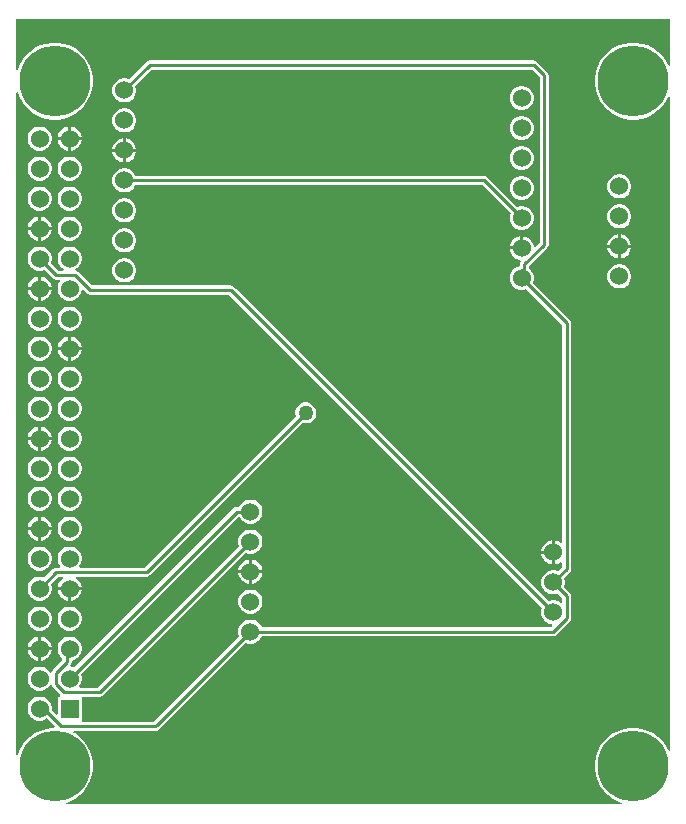
<source format=gtl>
G04*
G04 #@! TF.GenerationSoftware,Altium Limited,Altium Designer,23.4.1 (23)*
G04*
G04 Layer_Physical_Order=1*
G04 Layer_Color=255*
%FSLAX44Y44*%
%MOMM*%
G71*
G04*
G04 #@! TF.SameCoordinates,3D8DB9D9-8021-40C2-9F22-367B33DB821F*
G04*
G04*
G04 #@! TF.FilePolarity,Positive*
G04*
G01*
G75*
%ADD10C,0.2540*%
%ADD15C,1.5240*%
%ADD16R,1.5240X1.5240*%
%ADD17C,6.0000*%
%ADD18C,1.2700*%
G36*
X556260Y628122D02*
X554990Y627817D01*
X552831Y632055D01*
X549820Y636198D01*
X546198Y639820D01*
X542055Y642831D01*
X537491Y645156D01*
X532620Y646739D01*
X527561Y647540D01*
X522439D01*
X517380Y646739D01*
X512509Y645156D01*
X507945Y642831D01*
X503802Y639820D01*
X500180Y636198D01*
X497169Y632055D01*
X494844Y627491D01*
X493261Y622620D01*
X492460Y617561D01*
Y612439D01*
X493261Y607380D01*
X494844Y602509D01*
X497169Y597945D01*
X500180Y593802D01*
X503802Y590180D01*
X507945Y587169D01*
X512509Y584844D01*
X517380Y583261D01*
X522439Y582460D01*
X527561D01*
X532620Y583261D01*
X537491Y584844D01*
X542055Y587169D01*
X546198Y590180D01*
X549820Y593802D01*
X552831Y597945D01*
X554990Y602183D01*
X556260Y601878D01*
Y48122D01*
X554990Y47817D01*
X552831Y52055D01*
X549820Y56198D01*
X546198Y59820D01*
X542055Y62831D01*
X537491Y65156D01*
X532620Y66739D01*
X527561Y67540D01*
X522439D01*
X517380Y66739D01*
X512509Y65156D01*
X507945Y62831D01*
X503802Y59820D01*
X500180Y56198D01*
X497169Y52055D01*
X494844Y47491D01*
X493261Y42620D01*
X492460Y37561D01*
Y32439D01*
X493261Y27380D01*
X494844Y22509D01*
X497169Y17945D01*
X500180Y13802D01*
X503802Y10180D01*
X507945Y7169D01*
X512509Y4844D01*
X515381Y3911D01*
X515180Y2641D01*
X44820D01*
X44619Y3911D01*
X47491Y4844D01*
X52055Y7169D01*
X56198Y10180D01*
X59820Y13802D01*
X62831Y17945D01*
X65156Y22509D01*
X66739Y27380D01*
X67540Y32439D01*
Y37561D01*
X66739Y42620D01*
X65156Y47491D01*
X62831Y52055D01*
X59820Y56198D01*
X56198Y59820D01*
X52055Y62831D01*
X50819Y63460D01*
X51115Y64695D01*
X120432D01*
X121919Y64991D01*
X123179Y65833D01*
X124667Y67321D01*
X124671Y67327D01*
X196815Y139472D01*
X196848Y139452D01*
X199432Y138760D01*
X202108D01*
X204692Y139452D01*
X207008Y140790D01*
X208900Y142682D01*
X210238Y144998D01*
X210247Y145035D01*
X457184D01*
X458671Y145331D01*
X459931Y146173D01*
X471377Y157619D01*
X472219Y158879D01*
X472515Y160366D01*
Y179070D01*
X472219Y180557D01*
X471377Y181817D01*
X466648Y186545D01*
X466668Y186578D01*
X467360Y189162D01*
Y191838D01*
X466668Y194422D01*
X466648Y194455D01*
X471377Y199183D01*
X472219Y200443D01*
X472515Y201930D01*
Y410210D01*
X472219Y411697D01*
X471377Y412957D01*
X439978Y444355D01*
X439998Y444388D01*
X440690Y446972D01*
Y449648D01*
X439998Y452232D01*
X438660Y454548D01*
X436768Y456440D01*
X436609Y456532D01*
Y458131D01*
X452327Y473849D01*
X453169Y475109D01*
X453465Y476595D01*
Y619760D01*
X453169Y621247D01*
X452327Y622507D01*
X443437Y631397D01*
X442177Y632239D01*
X440690Y632535D01*
X115570D01*
X114083Y632239D01*
X112823Y631397D01*
X97935Y616508D01*
X97902Y616528D01*
X95318Y617220D01*
X92642D01*
X90058Y616528D01*
X87742Y615190D01*
X85850Y613298D01*
X84512Y610982D01*
X83820Y608398D01*
Y605722D01*
X84512Y603138D01*
X85850Y600822D01*
X87742Y598930D01*
X90058Y597592D01*
X92642Y596900D01*
X95318D01*
X97902Y597592D01*
X100218Y598930D01*
X102110Y600822D01*
X103448Y603138D01*
X104140Y605722D01*
Y608398D01*
X103448Y610982D01*
X103428Y611015D01*
X117179Y624765D01*
X439081D01*
X445695Y618151D01*
Y478205D01*
X441863Y474373D01*
X440690Y474859D01*
Y475048D01*
X439998Y477632D01*
X438660Y479948D01*
X436768Y481840D01*
X434452Y483178D01*
X431868Y483870D01*
X431800D01*
Y473710D01*
X430530D01*
Y472440D01*
X420370D01*
Y472372D01*
X421062Y469788D01*
X422400Y467472D01*
X424292Y465580D01*
X426608Y464242D01*
X429192Y463550D01*
X429457D01*
X429839Y462280D01*
X429136Y461227D01*
X428840Y459740D01*
Y458376D01*
X426608Y457778D01*
X424292Y456440D01*
X422400Y454548D01*
X421062Y452232D01*
X420370Y449648D01*
Y446972D01*
X421062Y444388D01*
X422400Y442072D01*
X424292Y440180D01*
X426608Y438842D01*
X429192Y438150D01*
X431868D01*
X434452Y438842D01*
X434485Y438862D01*
X464745Y408601D01*
Y224382D01*
X463572Y223896D01*
X463438Y224030D01*
X461122Y225368D01*
X458538Y226060D01*
X458470D01*
Y215900D01*
Y205740D01*
X458538D01*
X461122Y206432D01*
X463438Y207770D01*
X463572Y207904D01*
X464745Y207418D01*
Y203539D01*
X461155Y199949D01*
X461122Y199968D01*
X458538Y200660D01*
X455862D01*
X453278Y199968D01*
X450962Y198630D01*
X449070Y196738D01*
X447732Y194422D01*
X447040Y191838D01*
Y189162D01*
X447732Y186578D01*
X449070Y184262D01*
X450962Y182370D01*
X453278Y181032D01*
X455862Y180340D01*
X458538D01*
X461122Y181032D01*
X461155Y181052D01*
X464745Y177461D01*
Y173582D01*
X463572Y173096D01*
X463438Y173230D01*
X461122Y174568D01*
X458538Y175260D01*
X455862D01*
X453278Y174568D01*
X453245Y174548D01*
X186897Y440897D01*
X185637Y441739D01*
X184150Y442035D01*
X66624D01*
X55181Y453477D01*
X53921Y454319D01*
X52923Y454517D01*
X52702Y455856D01*
X53938Y456570D01*
X55830Y458462D01*
X57168Y460778D01*
X57860Y463362D01*
Y466038D01*
X57168Y468622D01*
X55830Y470938D01*
X53938Y472830D01*
X51622Y474168D01*
X49038Y474860D01*
X46362D01*
X43778Y474168D01*
X41462Y472830D01*
X39570Y470938D01*
X38232Y468622D01*
X37540Y466038D01*
Y463362D01*
X38232Y460778D01*
X39570Y458462D01*
X41462Y456570D01*
X42649Y455885D01*
X42308Y454615D01*
X37879D01*
X31748Y460745D01*
X31768Y460778D01*
X32460Y463362D01*
Y466038D01*
X31768Y468622D01*
X30430Y470938D01*
X28538Y472830D01*
X26222Y474168D01*
X23638Y474860D01*
X20962D01*
X18378Y474168D01*
X16062Y472830D01*
X14170Y470938D01*
X12832Y468622D01*
X12140Y466038D01*
Y463362D01*
X12832Y460778D01*
X14170Y458462D01*
X16062Y456570D01*
X18378Y455232D01*
X20962Y454540D01*
X23638D01*
X26222Y455232D01*
X26255Y455252D01*
X33523Y447983D01*
X34783Y447141D01*
X36270Y446845D01*
X39218D01*
X39704Y445672D01*
X39570Y445538D01*
X38232Y443222D01*
X37540Y440638D01*
Y437962D01*
X38232Y435378D01*
X39570Y433062D01*
X41462Y431170D01*
X43778Y429832D01*
X46362Y429140D01*
X49038D01*
X51622Y429832D01*
X53938Y431170D01*
X55830Y433062D01*
X57168Y435378D01*
X57860Y437962D01*
Y438151D01*
X59033Y438637D01*
X62268Y435403D01*
X63528Y434561D01*
X65014Y434265D01*
X182541D01*
X447752Y169055D01*
X447732Y169022D01*
X447040Y166438D01*
Y163762D01*
X447732Y161178D01*
X449070Y158862D01*
X450962Y156970D01*
X453278Y155632D01*
X455862Y154940D01*
X456051D01*
X456537Y153767D01*
X455575Y152805D01*
X210247D01*
X210238Y152842D01*
X208900Y155158D01*
X207008Y157050D01*
X204692Y158388D01*
X202108Y159080D01*
X199432D01*
X196848Y158388D01*
X194532Y157050D01*
X192640Y155158D01*
X191302Y152842D01*
X190610Y150258D01*
Y147582D01*
X191302Y144998D01*
X191322Y144965D01*
X119173Y72817D01*
X119169Y72811D01*
X118823Y72465D01*
X58330D01*
X57860Y73540D01*
X57860D01*
Y93785D01*
X73320D01*
X74807Y94081D01*
X76067Y94923D01*
X196815Y215672D01*
X196848Y215652D01*
X199432Y214960D01*
X202108D01*
X204692Y215652D01*
X207008Y216990D01*
X208900Y218882D01*
X210238Y221198D01*
X210930Y223782D01*
Y226458D01*
X210238Y229042D01*
X208900Y231358D01*
X207008Y233250D01*
X204692Y234588D01*
X202108Y235280D01*
X199432D01*
X196848Y234588D01*
X194532Y233250D01*
X192640Y231358D01*
X191302Y229042D01*
X190610Y226458D01*
Y223782D01*
X191302Y221198D01*
X191322Y221165D01*
X71711Y101555D01*
X56182D01*
X55696Y102728D01*
X55830Y102862D01*
X57168Y105178D01*
X57860Y107762D01*
Y110438D01*
X57168Y113022D01*
X57148Y113055D01*
X190186Y246092D01*
X191699Y245911D01*
X192640Y244282D01*
X194532Y242390D01*
X196848Y241052D01*
X199432Y240360D01*
X202108D01*
X204692Y241052D01*
X207008Y242390D01*
X208900Y244282D01*
X210238Y246598D01*
X210930Y249182D01*
Y251858D01*
X210238Y254442D01*
X208900Y256758D01*
X207008Y258650D01*
X204692Y259988D01*
X202108Y260680D01*
X199432D01*
X196848Y259988D01*
X194532Y258650D01*
X192640Y256758D01*
X191302Y254442D01*
X191292Y254405D01*
X189120D01*
X187633Y254109D01*
X186373Y253267D01*
X51655Y118548D01*
X51622Y118568D01*
X49038Y119260D01*
X48773D01*
X48391Y120530D01*
X49095Y121583D01*
X49390Y123070D01*
Y124434D01*
X51622Y125032D01*
X53938Y126370D01*
X55830Y128262D01*
X57168Y130578D01*
X57860Y133162D01*
Y135838D01*
X57168Y138422D01*
X55830Y140738D01*
X53938Y142630D01*
X51622Y143968D01*
X49038Y144660D01*
X46362D01*
X43778Y143968D01*
X41462Y142630D01*
X39570Y140738D01*
X38232Y138422D01*
X37540Y135838D01*
Y133162D01*
X38232Y130578D01*
X39570Y128262D01*
X41462Y126370D01*
X41621Y126278D01*
Y124679D01*
X33523Y116581D01*
X32681Y115321D01*
X32483Y114323D01*
X31144Y114102D01*
X30430Y115338D01*
X28538Y117230D01*
X26222Y118568D01*
X23638Y119260D01*
X20962D01*
X18378Y118568D01*
X16062Y117230D01*
X14170Y115338D01*
X12832Y113022D01*
X12140Y110438D01*
Y107762D01*
X12832Y105178D01*
X14170Y102862D01*
X16062Y100970D01*
X18378Y99632D01*
X20962Y98940D01*
X23638D01*
X26222Y99632D01*
X28538Y100970D01*
X30430Y102862D01*
X31144Y104098D01*
X32483Y103877D01*
X32681Y102879D01*
X33523Y101619D01*
X40012Y95130D01*
X39826Y94322D01*
X39524Y93860D01*
X37540D01*
Y79050D01*
X36367Y78564D01*
X32460Y82470D01*
Y85038D01*
X31768Y87622D01*
X30430Y89938D01*
X28538Y91830D01*
X26222Y93168D01*
X23638Y93860D01*
X20962D01*
X18378Y93168D01*
X16062Y91830D01*
X14170Y89938D01*
X12832Y87622D01*
X12140Y85038D01*
Y82362D01*
X12832Y79778D01*
X14170Y77462D01*
X16062Y75570D01*
X18378Y74232D01*
X20962Y73540D01*
X23638D01*
X26222Y74232D01*
X28433Y75509D01*
X35229Y68713D01*
X34743Y67540D01*
X32439D01*
X27380Y66739D01*
X22509Y65156D01*
X17945Y62831D01*
X13802Y59820D01*
X10180Y56198D01*
X7169Y52055D01*
X4844Y47491D01*
X3911Y44619D01*
X2641Y44820D01*
Y605180D01*
X3911Y605381D01*
X4844Y602509D01*
X7169Y597945D01*
X10180Y593802D01*
X13802Y590180D01*
X17945Y587169D01*
X22509Y584844D01*
X27380Y583261D01*
X32439Y582460D01*
X37561D01*
X42620Y583261D01*
X47491Y584844D01*
X52055Y587169D01*
X56198Y590180D01*
X59820Y593802D01*
X62831Y597945D01*
X65156Y602509D01*
X66739Y607380D01*
X67540Y612439D01*
Y617561D01*
X66739Y622620D01*
X65156Y627491D01*
X62831Y632055D01*
X59820Y636198D01*
X56198Y639820D01*
X52055Y642831D01*
X47491Y645156D01*
X42620Y646739D01*
X37561Y647540D01*
X32439D01*
X27380Y646739D01*
X22509Y645156D01*
X17945Y642831D01*
X13802Y639820D01*
X10180Y636198D01*
X7169Y632055D01*
X4844Y627491D01*
X3911Y624619D01*
X2641Y624820D01*
Y667361D01*
X556260D01*
Y628122D01*
D02*
G37*
%LPC*%
G36*
X431868Y610870D02*
X429192D01*
X426608Y610178D01*
X424292Y608840D01*
X422400Y606948D01*
X421062Y604632D01*
X420370Y602048D01*
Y599372D01*
X421062Y596788D01*
X422400Y594472D01*
X424292Y592580D01*
X426608Y591242D01*
X429192Y590550D01*
X431868D01*
X434452Y591242D01*
X436768Y592580D01*
X438660Y594472D01*
X439998Y596788D01*
X440690Y599372D01*
Y602048D01*
X439998Y604632D01*
X438660Y606948D01*
X436768Y608840D01*
X434452Y610178D01*
X431868Y610870D01*
D02*
G37*
G36*
X95318Y591820D02*
X92642D01*
X90058Y591128D01*
X87742Y589790D01*
X85850Y587898D01*
X84512Y585582D01*
X83820Y582998D01*
Y580322D01*
X84512Y577738D01*
X85850Y575422D01*
X87742Y573530D01*
X90058Y572192D01*
X92642Y571500D01*
X95318D01*
X97902Y572192D01*
X100218Y573530D01*
X102110Y575422D01*
X103448Y577738D01*
X104140Y580322D01*
Y582998D01*
X103448Y585582D01*
X102110Y587898D01*
X100218Y589790D01*
X97902Y591128D01*
X95318Y591820D01*
D02*
G37*
G36*
X49038Y576460D02*
X48970D01*
Y567570D01*
X57860D01*
Y567638D01*
X57168Y570222D01*
X55830Y572538D01*
X53938Y574430D01*
X51622Y575768D01*
X49038Y576460D01*
D02*
G37*
G36*
X46430D02*
X46362D01*
X43778Y575768D01*
X41462Y574430D01*
X39570Y572538D01*
X38232Y570222D01*
X37540Y567638D01*
Y567570D01*
X46430D01*
Y576460D01*
D02*
G37*
G36*
X431868Y585470D02*
X429192D01*
X426608Y584778D01*
X424292Y583440D01*
X422400Y581548D01*
X421062Y579232D01*
X420370Y576648D01*
Y573972D01*
X421062Y571388D01*
X422400Y569072D01*
X424292Y567180D01*
X426608Y565842D01*
X429192Y565150D01*
X431868D01*
X434452Y565842D01*
X436768Y567180D01*
X438660Y569072D01*
X439998Y571388D01*
X440690Y573972D01*
Y576648D01*
X439998Y579232D01*
X438660Y581548D01*
X436768Y583440D01*
X434452Y584778D01*
X431868Y585470D01*
D02*
G37*
G36*
X95318Y566420D02*
X95250D01*
Y557530D01*
X104140D01*
Y557598D01*
X103448Y560182D01*
X102110Y562498D01*
X100218Y564390D01*
X97902Y565728D01*
X95318Y566420D01*
D02*
G37*
G36*
X92710D02*
X92642D01*
X90058Y565728D01*
X87742Y564390D01*
X85850Y562498D01*
X84512Y560182D01*
X83820Y557598D01*
Y557530D01*
X92710D01*
Y566420D01*
D02*
G37*
G36*
X57860Y565030D02*
X48970D01*
Y556140D01*
X49038D01*
X51622Y556832D01*
X53938Y558170D01*
X55830Y560062D01*
X57168Y562378D01*
X57860Y564962D01*
Y565030D01*
D02*
G37*
G36*
X46430D02*
X37540D01*
Y564962D01*
X38232Y562378D01*
X39570Y560062D01*
X41462Y558170D01*
X43778Y556832D01*
X46362Y556140D01*
X46430D01*
Y565030D01*
D02*
G37*
G36*
X23638Y576460D02*
X20962D01*
X18378Y575768D01*
X16062Y574430D01*
X14170Y572538D01*
X12832Y570222D01*
X12140Y567638D01*
Y564962D01*
X12832Y562378D01*
X14170Y560062D01*
X16062Y558170D01*
X18378Y556832D01*
X20962Y556140D01*
X23638D01*
X26222Y556832D01*
X28538Y558170D01*
X30430Y560062D01*
X31768Y562378D01*
X32460Y564962D01*
Y567638D01*
X31768Y570222D01*
X30430Y572538D01*
X28538Y574430D01*
X26222Y575768D01*
X23638Y576460D01*
D02*
G37*
G36*
X104140Y554990D02*
X95250D01*
Y546100D01*
X95318D01*
X97902Y546792D01*
X100218Y548130D01*
X102110Y550022D01*
X103448Y552338D01*
X104140Y554922D01*
Y554990D01*
D02*
G37*
G36*
X92710D02*
X83820D01*
Y554922D01*
X84512Y552338D01*
X85850Y550022D01*
X87742Y548130D01*
X90058Y546792D01*
X92642Y546100D01*
X92710D01*
Y554990D01*
D02*
G37*
G36*
X431868Y560070D02*
X429192D01*
X426608Y559378D01*
X424292Y558040D01*
X422400Y556148D01*
X421062Y553832D01*
X420370Y551248D01*
Y548572D01*
X421062Y545988D01*
X422400Y543672D01*
X424292Y541780D01*
X426608Y540442D01*
X429192Y539750D01*
X431868D01*
X434452Y540442D01*
X436768Y541780D01*
X438660Y543672D01*
X439998Y545988D01*
X440690Y548572D01*
Y551248D01*
X439998Y553832D01*
X438660Y556148D01*
X436768Y558040D01*
X434452Y559378D01*
X431868Y560070D01*
D02*
G37*
G36*
X49038Y551060D02*
X46362D01*
X43778Y550368D01*
X41462Y549030D01*
X39570Y547138D01*
X38232Y544822D01*
X37540Y542238D01*
Y539562D01*
X38232Y536978D01*
X39570Y534662D01*
X41462Y532770D01*
X43778Y531432D01*
X46362Y530740D01*
X49038D01*
X51622Y531432D01*
X53938Y532770D01*
X55830Y534662D01*
X57168Y536978D01*
X57860Y539562D01*
Y542238D01*
X57168Y544822D01*
X55830Y547138D01*
X53938Y549030D01*
X51622Y550368D01*
X49038Y551060D01*
D02*
G37*
G36*
X23638D02*
X20962D01*
X18378Y550368D01*
X16062Y549030D01*
X14170Y547138D01*
X12832Y544822D01*
X12140Y542238D01*
Y539562D01*
X12832Y536978D01*
X14170Y534662D01*
X16062Y532770D01*
X18378Y531432D01*
X20962Y530740D01*
X23638D01*
X26222Y531432D01*
X28538Y532770D01*
X30430Y534662D01*
X31768Y536978D01*
X32460Y539562D01*
Y542238D01*
X31768Y544822D01*
X30430Y547138D01*
X28538Y549030D01*
X26222Y550368D01*
X23638Y551060D01*
D02*
G37*
G36*
X514418Y535940D02*
X511742D01*
X509158Y535248D01*
X506842Y533910D01*
X504950Y532018D01*
X503612Y529702D01*
X502920Y527118D01*
Y524442D01*
X503612Y521858D01*
X504950Y519542D01*
X506842Y517650D01*
X509158Y516312D01*
X511742Y515620D01*
X514418D01*
X517002Y516312D01*
X519318Y517650D01*
X521210Y519542D01*
X522548Y521858D01*
X523240Y524442D01*
Y527118D01*
X522548Y529702D01*
X521210Y532018D01*
X519318Y533910D01*
X517002Y535248D01*
X514418Y535940D01*
D02*
G37*
G36*
X431868Y534670D02*
X429192D01*
X426608Y533978D01*
X424292Y532640D01*
X422400Y530748D01*
X421062Y528432D01*
X420370Y525848D01*
Y523172D01*
X421062Y520588D01*
X422400Y518272D01*
X424292Y516380D01*
X426608Y515042D01*
X429192Y514350D01*
X431868D01*
X434452Y515042D01*
X436768Y516380D01*
X438660Y518272D01*
X439998Y520588D01*
X440690Y523172D01*
Y525848D01*
X439998Y528432D01*
X438660Y530748D01*
X436768Y532640D01*
X434452Y533978D01*
X431868Y534670D01*
D02*
G37*
G36*
X49038Y525660D02*
X46362D01*
X43778Y524968D01*
X41462Y523630D01*
X39570Y521738D01*
X38232Y519422D01*
X37540Y516838D01*
Y514162D01*
X38232Y511578D01*
X39570Y509262D01*
X41462Y507370D01*
X43778Y506032D01*
X46362Y505340D01*
X49038D01*
X51622Y506032D01*
X53938Y507370D01*
X55830Y509262D01*
X57168Y511578D01*
X57860Y514162D01*
Y516838D01*
X57168Y519422D01*
X55830Y521738D01*
X53938Y523630D01*
X51622Y524968D01*
X49038Y525660D01*
D02*
G37*
G36*
X23638D02*
X20962D01*
X18378Y524968D01*
X16062Y523630D01*
X14170Y521738D01*
X12832Y519422D01*
X12140Y516838D01*
Y514162D01*
X12832Y511578D01*
X14170Y509262D01*
X16062Y507370D01*
X18378Y506032D01*
X20962Y505340D01*
X23638D01*
X26222Y506032D01*
X28538Y507370D01*
X30430Y509262D01*
X31768Y511578D01*
X32460Y514162D01*
Y516838D01*
X31768Y519422D01*
X30430Y521738D01*
X28538Y523630D01*
X26222Y524968D01*
X23638Y525660D01*
D02*
G37*
G36*
X95318Y515620D02*
X92642D01*
X90058Y514928D01*
X87742Y513590D01*
X85850Y511698D01*
X84512Y509382D01*
X83820Y506798D01*
Y504122D01*
X84512Y501538D01*
X85850Y499222D01*
X87742Y497330D01*
X90058Y495992D01*
X92642Y495300D01*
X95318D01*
X97902Y495992D01*
X100218Y497330D01*
X102110Y499222D01*
X103448Y501538D01*
X104140Y504122D01*
Y506798D01*
X103448Y509382D01*
X102110Y511698D01*
X100218Y513590D01*
X97902Y514928D01*
X95318Y515620D01*
D02*
G37*
G36*
X23638Y500260D02*
X23570D01*
Y491370D01*
X32460D01*
Y491438D01*
X31768Y494022D01*
X30430Y496338D01*
X28538Y498230D01*
X26222Y499568D01*
X23638Y500260D01*
D02*
G37*
G36*
X21030D02*
X20962D01*
X18378Y499568D01*
X16062Y498230D01*
X14170Y496338D01*
X12832Y494022D01*
X12140Y491438D01*
Y491370D01*
X21030D01*
Y500260D01*
D02*
G37*
G36*
X514418Y510540D02*
X511742D01*
X509158Y509848D01*
X506842Y508510D01*
X504950Y506618D01*
X503612Y504302D01*
X502920Y501718D01*
Y499042D01*
X503612Y496458D01*
X504950Y494142D01*
X506842Y492250D01*
X509158Y490912D01*
X511742Y490220D01*
X514418D01*
X517002Y490912D01*
X519318Y492250D01*
X521210Y494142D01*
X522548Y496458D01*
X523240Y499042D01*
Y501718D01*
X522548Y504302D01*
X521210Y506618D01*
X519318Y508510D01*
X517002Y509848D01*
X514418Y510540D01*
D02*
G37*
G36*
X95318Y541020D02*
X92642D01*
X90058Y540328D01*
X87742Y538990D01*
X85850Y537098D01*
X84512Y534782D01*
X83820Y532198D01*
Y529522D01*
X84512Y526938D01*
X85850Y524622D01*
X87742Y522730D01*
X90058Y521392D01*
X92642Y520700D01*
X95318D01*
X97902Y521392D01*
X100218Y522730D01*
X102110Y524622D01*
X103448Y526938D01*
X103457Y526975D01*
X397171D01*
X421082Y503065D01*
X421062Y503032D01*
X420370Y500448D01*
Y497772D01*
X421062Y495188D01*
X422400Y492872D01*
X424292Y490980D01*
X426608Y489642D01*
X429192Y488950D01*
X431868D01*
X434452Y489642D01*
X436768Y490980D01*
X438660Y492872D01*
X439998Y495188D01*
X440690Y497772D01*
Y500448D01*
X439998Y503032D01*
X438660Y505348D01*
X436768Y507240D01*
X434452Y508578D01*
X431868Y509270D01*
X429192D01*
X426608Y508578D01*
X426575Y508559D01*
X401527Y533607D01*
X400267Y534449D01*
X398780Y534745D01*
X103457D01*
X103448Y534782D01*
X102110Y537098D01*
X100218Y538990D01*
X97902Y540328D01*
X95318Y541020D01*
D02*
G37*
G36*
X49038Y500260D02*
X46362D01*
X43778Y499568D01*
X41462Y498230D01*
X39570Y496338D01*
X38232Y494022D01*
X37540Y491438D01*
Y488762D01*
X38232Y486178D01*
X39570Y483862D01*
X41462Y481970D01*
X43778Y480632D01*
X46362Y479940D01*
X49038D01*
X51622Y480632D01*
X53938Y481970D01*
X55830Y483862D01*
X57168Y486178D01*
X57860Y488762D01*
Y491438D01*
X57168Y494022D01*
X55830Y496338D01*
X53938Y498230D01*
X51622Y499568D01*
X49038Y500260D01*
D02*
G37*
G36*
X32460Y488830D02*
X23570D01*
Y479940D01*
X23638D01*
X26222Y480632D01*
X28538Y481970D01*
X30430Y483862D01*
X31768Y486178D01*
X32460Y488762D01*
Y488830D01*
D02*
G37*
G36*
X21030D02*
X12140D01*
Y488762D01*
X12832Y486178D01*
X14170Y483862D01*
X16062Y481970D01*
X18378Y480632D01*
X20962Y479940D01*
X21030D01*
Y488830D01*
D02*
G37*
G36*
X514418Y485140D02*
X514350D01*
Y476250D01*
X523240D01*
Y476318D01*
X522548Y478902D01*
X521210Y481218D01*
X519318Y483110D01*
X517002Y484448D01*
X514418Y485140D01*
D02*
G37*
G36*
X511810D02*
X511742D01*
X509158Y484448D01*
X506842Y483110D01*
X504950Y481218D01*
X503612Y478902D01*
X502920Y476318D01*
Y476250D01*
X511810D01*
Y485140D01*
D02*
G37*
G36*
X429260Y483870D02*
X429192D01*
X426608Y483178D01*
X424292Y481840D01*
X422400Y479948D01*
X421062Y477632D01*
X420370Y475048D01*
Y474980D01*
X429260D01*
Y483870D01*
D02*
G37*
G36*
X95318Y490220D02*
X92642D01*
X90058Y489528D01*
X87742Y488190D01*
X85850Y486298D01*
X84512Y483982D01*
X83820Y481398D01*
Y478722D01*
X84512Y476138D01*
X85850Y473822D01*
X87742Y471930D01*
X90058Y470592D01*
X92642Y469900D01*
X95318D01*
X97902Y470592D01*
X100218Y471930D01*
X102110Y473822D01*
X103448Y476138D01*
X104140Y478722D01*
Y481398D01*
X103448Y483982D01*
X102110Y486298D01*
X100218Y488190D01*
X97902Y489528D01*
X95318Y490220D01*
D02*
G37*
G36*
X523240Y473710D02*
X514350D01*
Y464820D01*
X514418D01*
X517002Y465512D01*
X519318Y466850D01*
X521210Y468742D01*
X522548Y471058D01*
X523240Y473642D01*
Y473710D01*
D02*
G37*
G36*
X511810D02*
X502920D01*
Y473642D01*
X503612Y471058D01*
X504950Y468742D01*
X506842Y466850D01*
X509158Y465512D01*
X511742Y464820D01*
X511810D01*
Y473710D01*
D02*
G37*
G36*
X95318Y464820D02*
X92642D01*
X90058Y464128D01*
X87742Y462790D01*
X85850Y460898D01*
X84512Y458582D01*
X83820Y455998D01*
Y453322D01*
X84512Y450738D01*
X85850Y448422D01*
X87742Y446530D01*
X90058Y445192D01*
X92642Y444500D01*
X95318D01*
X97902Y445192D01*
X100218Y446530D01*
X102110Y448422D01*
X103448Y450738D01*
X104140Y453322D01*
Y455998D01*
X103448Y458582D01*
X102110Y460898D01*
X100218Y462790D01*
X97902Y464128D01*
X95318Y464820D01*
D02*
G37*
G36*
X23638Y449460D02*
X23570D01*
Y440570D01*
X32460D01*
Y440638D01*
X31768Y443222D01*
X30430Y445538D01*
X28538Y447430D01*
X26222Y448768D01*
X23638Y449460D01*
D02*
G37*
G36*
X21030D02*
X20962D01*
X18378Y448768D01*
X16062Y447430D01*
X14170Y445538D01*
X12832Y443222D01*
X12140Y440638D01*
Y440570D01*
X21030D01*
Y449460D01*
D02*
G37*
G36*
X514418Y459740D02*
X511742D01*
X509158Y459048D01*
X506842Y457710D01*
X504950Y455818D01*
X503612Y453502D01*
X502920Y450918D01*
Y448242D01*
X503612Y445658D01*
X504950Y443342D01*
X506842Y441450D01*
X509158Y440112D01*
X511742Y439420D01*
X514418D01*
X517002Y440112D01*
X519318Y441450D01*
X521210Y443342D01*
X522548Y445658D01*
X523240Y448242D01*
Y450918D01*
X522548Y453502D01*
X521210Y455818D01*
X519318Y457710D01*
X517002Y459048D01*
X514418Y459740D01*
D02*
G37*
G36*
X32460Y438030D02*
X23570D01*
Y429140D01*
X23638D01*
X26222Y429832D01*
X28538Y431170D01*
X30430Y433062D01*
X31768Y435378D01*
X32460Y437962D01*
Y438030D01*
D02*
G37*
G36*
X21030D02*
X12140D01*
Y437962D01*
X12832Y435378D01*
X14170Y433062D01*
X16062Y431170D01*
X18378Y429832D01*
X20962Y429140D01*
X21030D01*
Y438030D01*
D02*
G37*
G36*
X49038Y424060D02*
X46362D01*
X43778Y423368D01*
X41462Y422030D01*
X39570Y420138D01*
X38232Y417822D01*
X37540Y415238D01*
Y412562D01*
X38232Y409978D01*
X39570Y407662D01*
X41462Y405770D01*
X43778Y404432D01*
X46362Y403740D01*
X49038D01*
X51622Y404432D01*
X53938Y405770D01*
X55830Y407662D01*
X57168Y409978D01*
X57860Y412562D01*
Y415238D01*
X57168Y417822D01*
X55830Y420138D01*
X53938Y422030D01*
X51622Y423368D01*
X49038Y424060D01*
D02*
G37*
G36*
X23638D02*
X20962D01*
X18378Y423368D01*
X16062Y422030D01*
X14170Y420138D01*
X12832Y417822D01*
X12140Y415238D01*
Y412562D01*
X12832Y409978D01*
X14170Y407662D01*
X16062Y405770D01*
X18378Y404432D01*
X20962Y403740D01*
X23638D01*
X26222Y404432D01*
X28538Y405770D01*
X30430Y407662D01*
X31768Y409978D01*
X32460Y412562D01*
Y415238D01*
X31768Y417822D01*
X30430Y420138D01*
X28538Y422030D01*
X26222Y423368D01*
X23638Y424060D01*
D02*
G37*
G36*
X49038Y398660D02*
X48970D01*
Y389770D01*
X57860D01*
Y389838D01*
X57168Y392422D01*
X55830Y394738D01*
X53938Y396630D01*
X51622Y397968D01*
X49038Y398660D01*
D02*
G37*
G36*
X46430D02*
X46362D01*
X43778Y397968D01*
X41462Y396630D01*
X39570Y394738D01*
X38232Y392422D01*
X37540Y389838D01*
Y389770D01*
X46430D01*
Y398660D01*
D02*
G37*
G36*
X57860Y387230D02*
X48970D01*
Y378340D01*
X49038D01*
X51622Y379032D01*
X53938Y380370D01*
X55830Y382262D01*
X57168Y384578D01*
X57860Y387162D01*
Y387230D01*
D02*
G37*
G36*
X46430D02*
X37540D01*
Y387162D01*
X38232Y384578D01*
X39570Y382262D01*
X41462Y380370D01*
X43778Y379032D01*
X46362Y378340D01*
X46430D01*
Y387230D01*
D02*
G37*
G36*
X23638Y398660D02*
X20962D01*
X18378Y397968D01*
X16062Y396630D01*
X14170Y394738D01*
X12832Y392422D01*
X12140Y389838D01*
Y387162D01*
X12832Y384578D01*
X14170Y382262D01*
X16062Y380370D01*
X18378Y379032D01*
X20962Y378340D01*
X23638D01*
X26222Y379032D01*
X28538Y380370D01*
X30430Y382262D01*
X31768Y384578D01*
X32460Y387162D01*
Y389838D01*
X31768Y392422D01*
X30430Y394738D01*
X28538Y396630D01*
X26222Y397968D01*
X23638Y398660D01*
D02*
G37*
G36*
X49038Y373260D02*
X46362D01*
X43778Y372568D01*
X41462Y371230D01*
X39570Y369338D01*
X38232Y367022D01*
X37540Y364438D01*
Y361762D01*
X38232Y359178D01*
X39570Y356862D01*
X41462Y354970D01*
X43778Y353632D01*
X46362Y352940D01*
X49038D01*
X51622Y353632D01*
X53938Y354970D01*
X55830Y356862D01*
X57168Y359178D01*
X57860Y361762D01*
Y364438D01*
X57168Y367022D01*
X55830Y369338D01*
X53938Y371230D01*
X51622Y372568D01*
X49038Y373260D01*
D02*
G37*
G36*
X23638D02*
X20962D01*
X18378Y372568D01*
X16062Y371230D01*
X14170Y369338D01*
X12832Y367022D01*
X12140Y364438D01*
Y361762D01*
X12832Y359178D01*
X14170Y356862D01*
X16062Y354970D01*
X18378Y353632D01*
X20962Y352940D01*
X23638D01*
X26222Y353632D01*
X28538Y354970D01*
X30430Y356862D01*
X31768Y359178D01*
X32460Y361762D01*
Y364438D01*
X31768Y367022D01*
X30430Y369338D01*
X28538Y371230D01*
X26222Y372568D01*
X23638Y373260D01*
D02*
G37*
G36*
X49038Y347860D02*
X46362D01*
X43778Y347168D01*
X41462Y345830D01*
X39570Y343938D01*
X38232Y341622D01*
X37540Y339038D01*
Y336362D01*
X38232Y333778D01*
X39570Y331462D01*
X41462Y329570D01*
X43778Y328232D01*
X46362Y327540D01*
X49038D01*
X51622Y328232D01*
X53938Y329570D01*
X55830Y331462D01*
X57168Y333778D01*
X57860Y336362D01*
Y339038D01*
X57168Y341622D01*
X55830Y343938D01*
X53938Y345830D01*
X51622Y347168D01*
X49038Y347860D01*
D02*
G37*
G36*
X23638D02*
X20962D01*
X18378Y347168D01*
X16062Y345830D01*
X14170Y343938D01*
X12832Y341622D01*
X12140Y339038D01*
Y336362D01*
X12832Y333778D01*
X14170Y331462D01*
X16062Y329570D01*
X18378Y328232D01*
X20962Y327540D01*
X23638D01*
X26222Y328232D01*
X28538Y329570D01*
X30430Y331462D01*
X31768Y333778D01*
X32460Y336362D01*
Y339038D01*
X31768Y341622D01*
X30430Y343938D01*
X28538Y345830D01*
X26222Y347168D01*
X23638Y347860D01*
D02*
G37*
G36*
X248820Y342900D02*
X246480D01*
X244219Y342294D01*
X242191Y341124D01*
X240536Y339469D01*
X239366Y337441D01*
X238760Y335180D01*
Y332840D01*
X239230Y331084D01*
X111301Y203155D01*
X56182D01*
X55696Y204328D01*
X55830Y204462D01*
X57168Y206778D01*
X57860Y209362D01*
Y212038D01*
X57168Y214622D01*
X55830Y216938D01*
X53938Y218830D01*
X51622Y220168D01*
X49038Y220860D01*
X46362D01*
X43778Y220168D01*
X41462Y218830D01*
X39570Y216938D01*
X38232Y214622D01*
X37540Y212038D01*
Y209362D01*
X38232Y206778D01*
X39570Y204462D01*
X39704Y204328D01*
X39218Y203155D01*
X36270D01*
X34783Y202859D01*
X33523Y202017D01*
X26255Y194748D01*
X26222Y194768D01*
X23638Y195460D01*
X20962D01*
X18378Y194768D01*
X16062Y193430D01*
X14170Y191538D01*
X12832Y189222D01*
X12140Y186638D01*
Y183962D01*
X12832Y181378D01*
X14170Y179062D01*
X16062Y177170D01*
X18378Y175832D01*
X20962Y175140D01*
X23638D01*
X26222Y175832D01*
X28538Y177170D01*
X30430Y179062D01*
X31768Y181378D01*
X32460Y183962D01*
Y186638D01*
X31768Y189222D01*
X31748Y189255D01*
X37879Y195385D01*
X42308D01*
X42649Y194115D01*
X41462Y193430D01*
X39570Y191538D01*
X38232Y189222D01*
X37540Y186638D01*
Y186570D01*
X47700D01*
X57860D01*
Y186638D01*
X57168Y189222D01*
X55830Y191538D01*
X53938Y193430D01*
X52751Y194115D01*
X53092Y195385D01*
X112910D01*
X114397Y195681D01*
X115657Y196523D01*
X244724Y325590D01*
X246480Y325120D01*
X248820D01*
X251081Y325726D01*
X253109Y326896D01*
X254764Y328551D01*
X255934Y330579D01*
X256540Y332840D01*
Y335180D01*
X255934Y337441D01*
X254764Y339469D01*
X253109Y341124D01*
X251081Y342294D01*
X248820Y342900D01*
D02*
G37*
G36*
X23638Y322460D02*
X23570D01*
Y313570D01*
X32460D01*
Y313638D01*
X31768Y316222D01*
X30430Y318538D01*
X28538Y320430D01*
X26222Y321768D01*
X23638Y322460D01*
D02*
G37*
G36*
X21030D02*
X20962D01*
X18378Y321768D01*
X16062Y320430D01*
X14170Y318538D01*
X12832Y316222D01*
X12140Y313638D01*
Y313570D01*
X21030D01*
Y322460D01*
D02*
G37*
G36*
X49038D02*
X46362D01*
X43778Y321768D01*
X41462Y320430D01*
X39570Y318538D01*
X38232Y316222D01*
X37540Y313638D01*
Y310962D01*
X38232Y308378D01*
X39570Y306062D01*
X41462Y304170D01*
X43778Y302832D01*
X46362Y302140D01*
X49038D01*
X51622Y302832D01*
X53938Y304170D01*
X55830Y306062D01*
X57168Y308378D01*
X57860Y310962D01*
Y313638D01*
X57168Y316222D01*
X55830Y318538D01*
X53938Y320430D01*
X51622Y321768D01*
X49038Y322460D01*
D02*
G37*
G36*
X32460Y311030D02*
X23570D01*
Y302140D01*
X23638D01*
X26222Y302832D01*
X28538Y304170D01*
X30430Y306062D01*
X31768Y308378D01*
X32460Y310962D01*
Y311030D01*
D02*
G37*
G36*
X21030D02*
X12140D01*
Y310962D01*
X12832Y308378D01*
X14170Y306062D01*
X16062Y304170D01*
X18378Y302832D01*
X20962Y302140D01*
X21030D01*
Y311030D01*
D02*
G37*
G36*
X49038Y297060D02*
X46362D01*
X43778Y296368D01*
X41462Y295030D01*
X39570Y293138D01*
X38232Y290822D01*
X37540Y288238D01*
Y285562D01*
X38232Y282978D01*
X39570Y280662D01*
X41462Y278770D01*
X43778Y277432D01*
X46362Y276740D01*
X49038D01*
X51622Y277432D01*
X53938Y278770D01*
X55830Y280662D01*
X57168Y282978D01*
X57860Y285562D01*
Y288238D01*
X57168Y290822D01*
X55830Y293138D01*
X53938Y295030D01*
X51622Y296368D01*
X49038Y297060D01*
D02*
G37*
G36*
X23638D02*
X20962D01*
X18378Y296368D01*
X16062Y295030D01*
X14170Y293138D01*
X12832Y290822D01*
X12140Y288238D01*
Y285562D01*
X12832Y282978D01*
X14170Y280662D01*
X16062Y278770D01*
X18378Y277432D01*
X20962Y276740D01*
X23638D01*
X26222Y277432D01*
X28538Y278770D01*
X30430Y280662D01*
X31768Y282978D01*
X32460Y285562D01*
Y288238D01*
X31768Y290822D01*
X30430Y293138D01*
X28538Y295030D01*
X26222Y296368D01*
X23638Y297060D01*
D02*
G37*
G36*
X49038Y271660D02*
X46362D01*
X43778Y270968D01*
X41462Y269630D01*
X39570Y267738D01*
X38232Y265422D01*
X37540Y262838D01*
Y260162D01*
X38232Y257578D01*
X39570Y255262D01*
X41462Y253370D01*
X43778Y252032D01*
X46362Y251340D01*
X49038D01*
X51622Y252032D01*
X53938Y253370D01*
X55830Y255262D01*
X57168Y257578D01*
X57860Y260162D01*
Y262838D01*
X57168Y265422D01*
X55830Y267738D01*
X53938Y269630D01*
X51622Y270968D01*
X49038Y271660D01*
D02*
G37*
G36*
X23638D02*
X20962D01*
X18378Y270968D01*
X16062Y269630D01*
X14170Y267738D01*
X12832Y265422D01*
X12140Y262838D01*
Y260162D01*
X12832Y257578D01*
X14170Y255262D01*
X16062Y253370D01*
X18378Y252032D01*
X20962Y251340D01*
X23638D01*
X26222Y252032D01*
X28538Y253370D01*
X30430Y255262D01*
X31768Y257578D01*
X32460Y260162D01*
Y262838D01*
X31768Y265422D01*
X30430Y267738D01*
X28538Y269630D01*
X26222Y270968D01*
X23638Y271660D01*
D02*
G37*
G36*
Y246260D02*
X23570D01*
Y237370D01*
X32460D01*
Y237438D01*
X31768Y240022D01*
X30430Y242338D01*
X28538Y244230D01*
X26222Y245568D01*
X23638Y246260D01*
D02*
G37*
G36*
X21030D02*
X20962D01*
X18378Y245568D01*
X16062Y244230D01*
X14170Y242338D01*
X12832Y240022D01*
X12140Y237438D01*
Y237370D01*
X21030D01*
Y246260D01*
D02*
G37*
G36*
X49038D02*
X46362D01*
X43778Y245568D01*
X41462Y244230D01*
X39570Y242338D01*
X38232Y240022D01*
X37540Y237438D01*
Y234762D01*
X38232Y232178D01*
X39570Y229862D01*
X41462Y227970D01*
X43778Y226632D01*
X46362Y225940D01*
X49038D01*
X51622Y226632D01*
X53938Y227970D01*
X55830Y229862D01*
X57168Y232178D01*
X57860Y234762D01*
Y237438D01*
X57168Y240022D01*
X55830Y242338D01*
X53938Y244230D01*
X51622Y245568D01*
X49038Y246260D01*
D02*
G37*
G36*
X32460Y234830D02*
X23570D01*
Y225940D01*
X23638D01*
X26222Y226632D01*
X28538Y227970D01*
X30430Y229862D01*
X31768Y232178D01*
X32460Y234762D01*
Y234830D01*
D02*
G37*
G36*
X21030D02*
X12140D01*
Y234762D01*
X12832Y232178D01*
X14170Y229862D01*
X16062Y227970D01*
X18378Y226632D01*
X20962Y225940D01*
X21030D01*
Y234830D01*
D02*
G37*
G36*
X455930Y226060D02*
X455862D01*
X453278Y225368D01*
X450962Y224030D01*
X449070Y222138D01*
X447732Y219822D01*
X447040Y217238D01*
Y217170D01*
X455930D01*
Y226060D01*
D02*
G37*
G36*
Y214630D02*
X447040D01*
Y214562D01*
X447732Y211978D01*
X449070Y209662D01*
X450962Y207770D01*
X453278Y206432D01*
X455862Y205740D01*
X455930D01*
Y214630D01*
D02*
G37*
G36*
X202108Y209880D02*
X202040D01*
Y200990D01*
X210930D01*
Y201058D01*
X210238Y203642D01*
X208900Y205958D01*
X207008Y207850D01*
X204692Y209188D01*
X202108Y209880D01*
D02*
G37*
G36*
X199500D02*
X199432D01*
X196848Y209188D01*
X194532Y207850D01*
X192640Y205958D01*
X191302Y203642D01*
X190610Y201058D01*
Y200990D01*
X199500D01*
Y209880D01*
D02*
G37*
G36*
X23638Y220860D02*
X20962D01*
X18378Y220168D01*
X16062Y218830D01*
X14170Y216938D01*
X12832Y214622D01*
X12140Y212038D01*
Y209362D01*
X12832Y206778D01*
X14170Y204462D01*
X16062Y202570D01*
X18378Y201232D01*
X20962Y200540D01*
X23638D01*
X26222Y201232D01*
X28538Y202570D01*
X30430Y204462D01*
X31768Y206778D01*
X32460Y209362D01*
Y212038D01*
X31768Y214622D01*
X30430Y216938D01*
X28538Y218830D01*
X26222Y220168D01*
X23638Y220860D01*
D02*
G37*
G36*
X210930Y198450D02*
X202040D01*
Y189560D01*
X202108D01*
X204692Y190252D01*
X207008Y191590D01*
X208900Y193482D01*
X210238Y195798D01*
X210930Y198382D01*
Y198450D01*
D02*
G37*
G36*
X199500D02*
X190610D01*
Y198382D01*
X191302Y195798D01*
X192640Y193482D01*
X194532Y191590D01*
X196848Y190252D01*
X199432Y189560D01*
X199500D01*
Y198450D01*
D02*
G37*
G36*
X57860Y184030D02*
X48970D01*
Y175140D01*
X49038D01*
X51622Y175832D01*
X53938Y177170D01*
X55830Y179062D01*
X57168Y181378D01*
X57860Y183962D01*
Y184030D01*
D02*
G37*
G36*
X46430D02*
X37540D01*
Y183962D01*
X38232Y181378D01*
X39570Y179062D01*
X41462Y177170D01*
X43778Y175832D01*
X46362Y175140D01*
X46430D01*
Y184030D01*
D02*
G37*
G36*
X202108Y184480D02*
X199432D01*
X196848Y183788D01*
X194532Y182450D01*
X192640Y180558D01*
X191302Y178242D01*
X190610Y175658D01*
Y172982D01*
X191302Y170398D01*
X192640Y168082D01*
X194532Y166190D01*
X196848Y164852D01*
X199432Y164160D01*
X202108D01*
X204692Y164852D01*
X207008Y166190D01*
X208900Y168082D01*
X210238Y170398D01*
X210930Y172982D01*
Y175658D01*
X210238Y178242D01*
X208900Y180558D01*
X207008Y182450D01*
X204692Y183788D01*
X202108Y184480D01*
D02*
G37*
G36*
X49038Y170060D02*
X46362D01*
X43778Y169368D01*
X41462Y168030D01*
X39570Y166138D01*
X38232Y163822D01*
X37540Y161238D01*
Y158562D01*
X38232Y155978D01*
X39570Y153662D01*
X41462Y151770D01*
X43778Y150432D01*
X46362Y149740D01*
X49038D01*
X51622Y150432D01*
X53938Y151770D01*
X55830Y153662D01*
X57168Y155978D01*
X57860Y158562D01*
Y161238D01*
X57168Y163822D01*
X55830Y166138D01*
X53938Y168030D01*
X51622Y169368D01*
X49038Y170060D01*
D02*
G37*
G36*
X23638D02*
X20962D01*
X18378Y169368D01*
X16062Y168030D01*
X14170Y166138D01*
X12832Y163822D01*
X12140Y161238D01*
Y158562D01*
X12832Y155978D01*
X14170Y153662D01*
X16062Y151770D01*
X18378Y150432D01*
X20962Y149740D01*
X23638D01*
X26222Y150432D01*
X28538Y151770D01*
X30430Y153662D01*
X31768Y155978D01*
X32460Y158562D01*
Y161238D01*
X31768Y163822D01*
X30430Y166138D01*
X28538Y168030D01*
X26222Y169368D01*
X23638Y170060D01*
D02*
G37*
G36*
Y144660D02*
X23570D01*
Y135770D01*
X32460D01*
Y135838D01*
X31768Y138422D01*
X30430Y140738D01*
X28538Y142630D01*
X26222Y143968D01*
X23638Y144660D01*
D02*
G37*
G36*
X21030D02*
X20962D01*
X18378Y143968D01*
X16062Y142630D01*
X14170Y140738D01*
X12832Y138422D01*
X12140Y135838D01*
Y135770D01*
X21030D01*
Y144660D01*
D02*
G37*
G36*
X32460Y133230D02*
X23570D01*
Y124340D01*
X23638D01*
X26222Y125032D01*
X28538Y126370D01*
X30430Y128262D01*
X31768Y130578D01*
X32460Y133162D01*
Y133230D01*
D02*
G37*
G36*
X21030D02*
X12140D01*
Y133162D01*
X12832Y130578D01*
X14170Y128262D01*
X16062Y126370D01*
X18378Y125032D01*
X20962Y124340D01*
X21030D01*
Y133230D01*
D02*
G37*
%LPD*%
D10*
X93980Y530860D02*
X398780D01*
X430530Y499110D01*
X93980Y607060D02*
X115570Y628650D01*
X440690D01*
X449580Y619760D01*
Y476595D02*
Y619760D01*
X432724Y459740D02*
X449580Y476595D01*
X432724Y450504D02*
Y459740D01*
X430530Y448310D02*
X432724Y450504D01*
X40857Y68580D02*
X120432D01*
X121920Y70068D01*
Y70070D01*
X22300Y83700D02*
X25737D01*
X40857Y68580D01*
X121920Y70070D02*
X200770Y148920D01*
X457200Y190500D02*
X468630Y201930D01*
Y410210D01*
X430530Y448310D02*
X468630Y410210D01*
X200770Y148920D02*
X457184D01*
X468630Y160366D01*
Y179070D01*
X457200Y190500D02*
X468630Y179070D01*
X184150Y438150D02*
X457200Y165100D01*
X65014Y438150D02*
X184150D01*
X36270Y104366D02*
X42965Y97670D01*
X73320D02*
X200770Y225120D01*
X42965Y97670D02*
X73320D01*
X22300Y185300D02*
X36270Y199270D01*
X112910D01*
X247650Y334010D01*
X52434Y450730D02*
X65014Y438150D01*
X36270Y113834D02*
X45505Y123070D01*
X36270Y104366D02*
Y113834D01*
X45505Y123070D02*
Y132306D01*
X47700Y134500D01*
Y109100D02*
X189120Y250520D01*
X200770D01*
X36270Y450730D02*
X52434D01*
X22300Y464700D02*
X36270Y450730D01*
D15*
X200770Y250520D02*
D03*
Y225120D02*
D03*
Y199720D02*
D03*
Y174320D02*
D03*
Y148920D02*
D03*
X430530Y448310D02*
D03*
Y473710D02*
D03*
Y499110D02*
D03*
Y524510D02*
D03*
Y549910D02*
D03*
Y575310D02*
D03*
Y600710D02*
D03*
X47700Y109100D02*
D03*
Y134500D02*
D03*
Y159900D02*
D03*
Y185300D02*
D03*
Y210700D02*
D03*
X22300Y83700D02*
D03*
Y109100D02*
D03*
Y134500D02*
D03*
Y159900D02*
D03*
Y185300D02*
D03*
Y210700D02*
D03*
X47700Y236100D02*
D03*
X22300D02*
D03*
X47700Y261500D02*
D03*
Y286900D02*
D03*
Y312300D02*
D03*
Y337700D02*
D03*
Y363100D02*
D03*
X22300Y261500D02*
D03*
Y286900D02*
D03*
Y312300D02*
D03*
Y337700D02*
D03*
Y363100D02*
D03*
Y388500D02*
D03*
X47700Y413900D02*
D03*
X22300D02*
D03*
X47700Y439300D02*
D03*
Y464700D02*
D03*
Y490100D02*
D03*
Y515500D02*
D03*
Y540900D02*
D03*
Y566300D02*
D03*
X22300Y439300D02*
D03*
Y464700D02*
D03*
Y490100D02*
D03*
Y515500D02*
D03*
Y540900D02*
D03*
Y566300D02*
D03*
X47700Y388500D02*
D03*
X457200Y165100D02*
D03*
X513080Y525780D02*
D03*
Y500380D02*
D03*
Y449580D02*
D03*
X93980Y480060D02*
D03*
Y530860D02*
D03*
X457200Y215900D02*
D03*
X93980Y556260D02*
D03*
X513080Y474980D02*
D03*
X457200Y190500D02*
D03*
X93980Y607060D02*
D03*
Y454660D02*
D03*
Y505460D02*
D03*
Y581660D02*
D03*
D16*
X47700Y83700D02*
D03*
D17*
X35000Y615000D02*
D03*
X525000D02*
D03*
Y35000D02*
D03*
X35000D02*
D03*
D18*
X247650Y334010D02*
D03*
M02*

</source>
